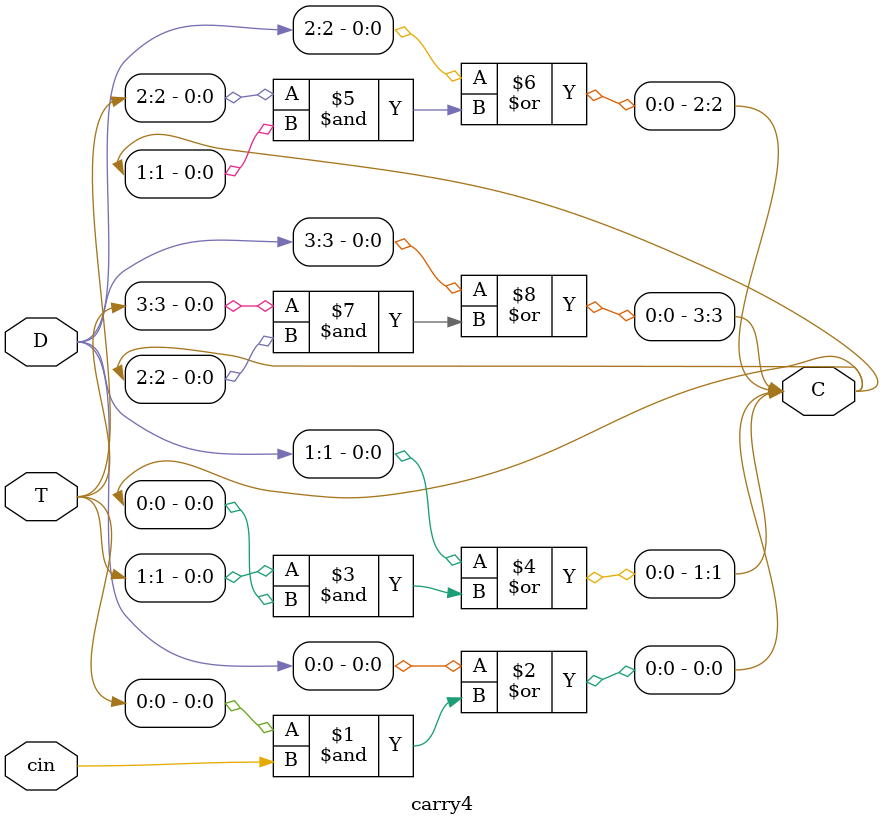
<source format=v>
module add32(
	input	[31:0]	A,
	input	[31:0]	B,
	input			cin,
	output  [31:0]	 S,
	output			cout
);
	wire	[31:0]	d;
	wire	[31:0]	t;
	wire	[7:0]	D;
	wire	[7:0]	T;
	wire	[31:0]	C;
	assign	d = A & B;
	assign	t = A ^ B;
	assign	S[0] = ~A[0]&~B[0]&cin | ~A[0]&B[0]&~cin | A[0]&~B[0]&~cin | A[0]&B[0]&cin;
	assign	cout = C[31];
	generate
	genvar i;
	for(i = 1;i < 32;i = i+1)
	begin
		assign S[i] =  ~A[i]&~B[i]&C[i-1] | ~A[i]&B[i]&~C[i-1] | A[i]&~B[i]&~C[i-1] | A[i]&B[i]&C[i-1];
	end
	endgenerate
	carry3 ZERgroup(.d(d[3:0]),.t(t[3:0]),.cin(cin),.cout(C[2:0]),.D(D[0]),.T(T[0]));
	carry3 FIRgroup(.d(d[7:4]),.t(t[7:4]),.cin(C[3]),.cout(C[6:4]),.D(D[1]),.T(T[1]));
	carry3 SECgroup(.d(d[11:8]),.t(t[11:8]),.cin(C[7]),.cout(C[10:8]),.D(D[2]),.T(T[2]));
	carry3 THIgroup(.d(d[15:12]),.t(t[15:12]),.cin(C[11]),.cout(C[14:12]),.D(D[3]),.T(T[3]));
	carry3 FORgroup(.d(d[19:16]),.t(t[19:16]),.cin(C[15]),.cout(C[18:16]),.D(D[4]),.T(T[4]));
	carry3 FIVgroup(.d(d[23:20]),.t(t[23:20]),.cin(C[19]),.cout(C[22:20]),.D(D[5]),.T(T[5]));
	carry3 SIXZgroup(.d(d[27:24]),.t(t[27:24]),.cin(C[23]),.cout(C[26:24]),.D(D[6]),.T(T[6]));
	carry3 SEVgroup(.d(d[31:28]),.t(t[31:28]),.cin(C[27]),.cout(C[30:28]),.D(D[7]),.T(T[7]));
	carry4	big_group1(.D(D[3:0]),.T(T[3:0]),.cin(cin),.C({C[15],C[11],C[7],C[3]}));
	carry4	big_group2(.D(D[7:4]),.T(T[7:4]),.cin(C[15]),.C({C[31],C[27],C[23],C[19]}));
endmodule

module	carry3(
	input	[3:0]	d,
	input	[3:0]	t,
	input			cin,
	output	[2:0]	cout,
	output			D,
	output			T
);
	assign	D = d[3] | t[3]&d[2] | t[3]&t[2]&d[1] | t[3]&t[2]&t[1]&d[0];
	assign	T = t[3]&t[2]&t[1]&t[0];
	assign	cout[0] = d[0] | t[0]&cin;
	assign	cout[1] = d[1] | t[1]&d[0] | t[1]&t[0]&cin;
	assign	cout[2] = d[2] | t[2]&d[1] | t[2]&t[1]&d[0] | t[2]&t[1]&t[0]&cin;
endmodule

module	carry4(
	input	[3:0]	D,
	input	[3:0]	T,
	input			cin,
	output	[3:0]	C
);
	assign	C[0] = D[0] | T[0]&cin;
	assign	C[1] = D[1] | T[1]&C[0];
	assign	C[2] = D[2] | T[2]&C[1];
	assign	C[3] = D[3] | T[3]&C[2];
endmodule
</source>
